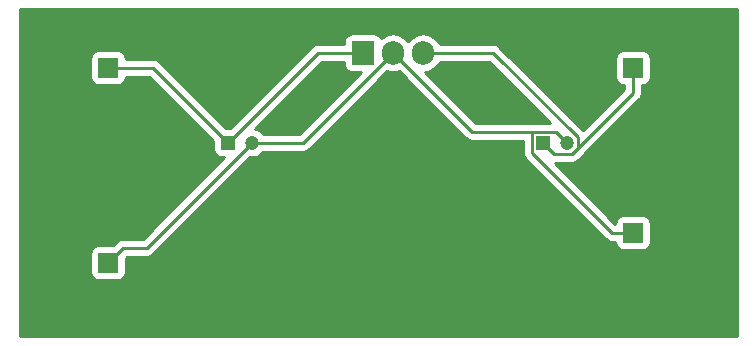
<source format=gbr>
%TF.GenerationSoftware,KiCad,Pcbnew,5.1.6+dfsg1-1*%
%TF.CreationDate,2021-08-19T19:41:55+08:00*%
%TF.ProjectId,LM8705-power,4c4d3837-3035-42d7-906f-7765722e6b69,rev?*%
%TF.SameCoordinates,Original*%
%TF.FileFunction,Copper,L1,Top*%
%TF.FilePolarity,Positive*%
%FSLAX46Y46*%
G04 Gerber Fmt 4.6, Leading zero omitted, Abs format (unit mm)*
G04 Created by KiCad (PCBNEW 5.1.6+dfsg1-1) date 2021-08-19 19:41:55*
%MOMM*%
%LPD*%
G01*
G04 APERTURE LIST*
%TA.AperFunction,ComponentPad*%
%ADD10O,1.905000X2.000000*%
%TD*%
%TA.AperFunction,ComponentPad*%
%ADD11R,1.905000X2.000000*%
%TD*%
%TA.AperFunction,ComponentPad*%
%ADD12R,1.700000X1.700000*%
%TD*%
%TA.AperFunction,ComponentPad*%
%ADD13C,1.200000*%
%TD*%
%TA.AperFunction,ComponentPad*%
%ADD14R,1.200000X1.200000*%
%TD*%
%TA.AperFunction,Conductor*%
%ADD15C,0.250000*%
%TD*%
%TA.AperFunction,NonConductor*%
%ADD16C,0.254000*%
%TD*%
G04 APERTURE END LIST*
D10*
%TO.P,U1,3*%
%TO.N,Net-(C2-Pad1)*%
X135890000Y-82550000D03*
%TO.P,U1,2*%
%TO.N,GND*%
X133350000Y-82550000D03*
D11*
%TO.P,U1,1*%
%TO.N,Net-(C1-Pad1)*%
X130810000Y-82550000D03*
%TD*%
D12*
%TO.P,J4,1*%
%TO.N,Net-(C2-Pad1)*%
X153670000Y-83820000D03*
%TD*%
%TO.P,J3,1*%
%TO.N,GND*%
X153670000Y-97790000D03*
%TD*%
%TO.P,J2,1*%
%TO.N,GND*%
X109220000Y-100330000D03*
%TD*%
%TO.P,J1,1*%
%TO.N,Net-(C1-Pad1)*%
X109220000Y-83820000D03*
%TD*%
D13*
%TO.P,C2,2*%
%TO.N,GND*%
X148050000Y-90170000D03*
D14*
%TO.P,C2,1*%
%TO.N,Net-(C2-Pad1)*%
X146050000Y-90170000D03*
%TD*%
D13*
%TO.P,C1,2*%
%TO.N,GND*%
X121380000Y-90170000D03*
D14*
%TO.P,C1,1*%
%TO.N,Net-(C1-Pad1)*%
X119380000Y-90170000D03*
%TD*%
D15*
%TO.N,GND*%
X125730000Y-90170000D02*
X133350000Y-82550000D01*
X121380000Y-90170000D02*
X125730000Y-90170000D01*
X121380000Y-90170000D02*
X112490000Y-99060000D01*
X110490000Y-99060000D02*
X109220000Y-100330000D01*
X112490000Y-99060000D02*
X110490000Y-99060000D01*
X140044999Y-89244999D02*
X147124999Y-89244999D01*
X133350000Y-82550000D02*
X140044999Y-89244999D01*
X151884998Y-97790000D02*
X153670000Y-97790000D01*
X145124999Y-91030001D02*
X151884998Y-97790000D01*
X145124999Y-89309999D02*
X145124999Y-91030001D01*
X145189999Y-89244999D02*
X145124999Y-89309999D01*
X147124999Y-89244999D02*
X145189999Y-89244999D01*
X148050000Y-90170000D02*
X147124999Y-89244999D01*
%TO.N,Net-(C1-Pad1)*%
X113030000Y-83820000D02*
X119380000Y-90170000D01*
X109220000Y-83820000D02*
X113030000Y-83820000D01*
X127000000Y-82550000D02*
X130810000Y-82550000D01*
X119380000Y-90170000D02*
X127000000Y-82550000D01*
%TO.N,Net-(C2-Pad1)*%
X148975001Y-90614001D02*
X148494001Y-91095001D01*
X148975001Y-89725999D02*
X148975001Y-90614001D01*
X141799002Y-82550000D02*
X148975001Y-89725999D01*
X135890000Y-82550000D02*
X141799002Y-82550000D01*
X146975001Y-91095001D02*
X146050000Y-90170000D01*
X148494001Y-91095001D02*
X146975001Y-91095001D01*
X153670000Y-85919002D02*
X148494001Y-91095001D01*
X153670000Y-83820000D02*
X153670000Y-85919002D01*
%TD*%
D16*
G36*
X162433000Y-106553000D02*
G01*
X101727000Y-106553000D01*
X101727000Y-82970000D01*
X107731928Y-82970000D01*
X107731928Y-84670000D01*
X107744188Y-84794482D01*
X107780498Y-84914180D01*
X107839463Y-85024494D01*
X107918815Y-85121185D01*
X108015506Y-85200537D01*
X108125820Y-85259502D01*
X108245518Y-85295812D01*
X108370000Y-85308072D01*
X110070000Y-85308072D01*
X110194482Y-85295812D01*
X110314180Y-85259502D01*
X110424494Y-85200537D01*
X110521185Y-85121185D01*
X110600537Y-85024494D01*
X110659502Y-84914180D01*
X110695812Y-84794482D01*
X110708072Y-84670000D01*
X110708072Y-84580000D01*
X112715199Y-84580000D01*
X118141928Y-90006730D01*
X118141928Y-90770000D01*
X118154188Y-90894482D01*
X118190498Y-91014180D01*
X118249463Y-91124494D01*
X118328815Y-91221185D01*
X118425506Y-91300537D01*
X118535820Y-91359502D01*
X118655518Y-91395812D01*
X118780000Y-91408072D01*
X119067126Y-91408072D01*
X112175199Y-98300000D01*
X110527322Y-98300000D01*
X110489999Y-98296324D01*
X110452676Y-98300000D01*
X110452667Y-98300000D01*
X110341014Y-98310997D01*
X110197753Y-98354454D01*
X110065724Y-98425026D01*
X109949999Y-98519999D01*
X109926201Y-98548997D01*
X109633270Y-98841928D01*
X108370000Y-98841928D01*
X108245518Y-98854188D01*
X108125820Y-98890498D01*
X108015506Y-98949463D01*
X107918815Y-99028815D01*
X107839463Y-99125506D01*
X107780498Y-99235820D01*
X107744188Y-99355518D01*
X107731928Y-99480000D01*
X107731928Y-101180000D01*
X107744188Y-101304482D01*
X107780498Y-101424180D01*
X107839463Y-101534494D01*
X107918815Y-101631185D01*
X108015506Y-101710537D01*
X108125820Y-101769502D01*
X108245518Y-101805812D01*
X108370000Y-101818072D01*
X110070000Y-101818072D01*
X110194482Y-101805812D01*
X110314180Y-101769502D01*
X110424494Y-101710537D01*
X110521185Y-101631185D01*
X110600537Y-101534494D01*
X110659502Y-101424180D01*
X110695812Y-101304482D01*
X110708072Y-101180000D01*
X110708072Y-99916730D01*
X110804802Y-99820000D01*
X112452678Y-99820000D01*
X112490000Y-99823676D01*
X112527322Y-99820000D01*
X112527333Y-99820000D01*
X112638986Y-99809003D01*
X112782247Y-99765546D01*
X112914276Y-99694974D01*
X113030001Y-99600001D01*
X113053804Y-99570997D01*
X121226200Y-91398602D01*
X121258363Y-91405000D01*
X121501637Y-91405000D01*
X121740236Y-91357540D01*
X121964992Y-91264443D01*
X122167267Y-91129287D01*
X122339287Y-90957267D01*
X122357506Y-90930000D01*
X125692678Y-90930000D01*
X125730000Y-90933676D01*
X125767322Y-90930000D01*
X125767333Y-90930000D01*
X125878986Y-90919003D01*
X126022247Y-90875546D01*
X126154276Y-90804974D01*
X126270001Y-90710001D01*
X126293804Y-90680997D01*
X132865378Y-84109424D01*
X133038797Y-84162030D01*
X133350000Y-84192681D01*
X133661204Y-84162030D01*
X133834623Y-84109424D01*
X139481204Y-89756007D01*
X139504998Y-89785000D01*
X139533991Y-89808794D01*
X139533995Y-89808798D01*
X139584597Y-89850325D01*
X139620723Y-89879973D01*
X139752752Y-89950545D01*
X139896013Y-89994002D01*
X140007666Y-90004999D01*
X140007675Y-90004999D01*
X140044998Y-90008675D01*
X140082321Y-90004999D01*
X144364999Y-90004999D01*
X144365000Y-90992669D01*
X144361323Y-91030001D01*
X144375997Y-91178986D01*
X144419453Y-91322247D01*
X144490025Y-91454277D01*
X144543370Y-91519277D01*
X144584999Y-91570002D01*
X144613997Y-91593800D01*
X151321199Y-98301003D01*
X151344997Y-98330001D01*
X151460722Y-98424974D01*
X151592751Y-98495546D01*
X151736012Y-98539003D01*
X151847665Y-98550000D01*
X151847674Y-98550000D01*
X151884997Y-98553676D01*
X151922320Y-98550000D01*
X152181928Y-98550000D01*
X152181928Y-98640000D01*
X152194188Y-98764482D01*
X152230498Y-98884180D01*
X152289463Y-98994494D01*
X152368815Y-99091185D01*
X152465506Y-99170537D01*
X152575820Y-99229502D01*
X152695518Y-99265812D01*
X152820000Y-99278072D01*
X154520000Y-99278072D01*
X154644482Y-99265812D01*
X154764180Y-99229502D01*
X154874494Y-99170537D01*
X154971185Y-99091185D01*
X155050537Y-98994494D01*
X155109502Y-98884180D01*
X155145812Y-98764482D01*
X155158072Y-98640000D01*
X155158072Y-96940000D01*
X155145812Y-96815518D01*
X155109502Y-96695820D01*
X155050537Y-96585506D01*
X154971185Y-96488815D01*
X154874494Y-96409463D01*
X154764180Y-96350498D01*
X154644482Y-96314188D01*
X154520000Y-96301928D01*
X152820000Y-96301928D01*
X152695518Y-96314188D01*
X152575820Y-96350498D01*
X152465506Y-96409463D01*
X152368815Y-96488815D01*
X152289463Y-96585506D01*
X152230498Y-96695820D01*
X152194188Y-96815518D01*
X152181928Y-96940000D01*
X152181928Y-97012128D01*
X147024800Y-91855001D01*
X148456679Y-91855001D01*
X148494001Y-91858677D01*
X148531323Y-91855001D01*
X148531334Y-91855001D01*
X148642987Y-91844004D01*
X148786248Y-91800547D01*
X148918277Y-91729975D01*
X149034002Y-91635002D01*
X149057805Y-91605998D01*
X149485998Y-91177805D01*
X149515002Y-91154002D01*
X149538804Y-91124999D01*
X154181003Y-86482801D01*
X154210001Y-86459003D01*
X154236332Y-86426919D01*
X154304974Y-86343279D01*
X154375546Y-86211249D01*
X154419003Y-86067988D01*
X154430000Y-85956335D01*
X154430000Y-85956325D01*
X154433676Y-85919002D01*
X154430000Y-85881680D01*
X154430000Y-85308072D01*
X154520000Y-85308072D01*
X154644482Y-85295812D01*
X154764180Y-85259502D01*
X154874494Y-85200537D01*
X154971185Y-85121185D01*
X155050537Y-85024494D01*
X155109502Y-84914180D01*
X155145812Y-84794482D01*
X155158072Y-84670000D01*
X155158072Y-82970000D01*
X155145812Y-82845518D01*
X155109502Y-82725820D01*
X155050537Y-82615506D01*
X154971185Y-82518815D01*
X154874494Y-82439463D01*
X154764180Y-82380498D01*
X154644482Y-82344188D01*
X154520000Y-82331928D01*
X152820000Y-82331928D01*
X152695518Y-82344188D01*
X152575820Y-82380498D01*
X152465506Y-82439463D01*
X152368815Y-82518815D01*
X152289463Y-82615506D01*
X152230498Y-82725820D01*
X152194188Y-82845518D01*
X152181928Y-82970000D01*
X152181928Y-84670000D01*
X152194188Y-84794482D01*
X152230498Y-84914180D01*
X152289463Y-85024494D01*
X152368815Y-85121185D01*
X152465506Y-85200537D01*
X152575820Y-85259502D01*
X152695518Y-85295812D01*
X152820000Y-85308072D01*
X152910001Y-85308072D01*
X152910001Y-85604199D01*
X149419002Y-89095198D01*
X142362806Y-82039003D01*
X142339003Y-82009999D01*
X142223278Y-81915026D01*
X142091249Y-81844454D01*
X141947988Y-81800997D01*
X141836335Y-81790000D01*
X141836324Y-81790000D01*
X141799002Y-81786324D01*
X141761680Y-81790000D01*
X137309208Y-81790000D01*
X137216345Y-81616265D01*
X137017963Y-81374537D01*
X136776234Y-81176155D01*
X136500448Y-81028745D01*
X136201203Y-80937970D01*
X135890000Y-80907319D01*
X135578796Y-80937970D01*
X135279551Y-81028745D01*
X135003765Y-81176155D01*
X134762037Y-81374537D01*
X134620000Y-81547609D01*
X134477963Y-81374537D01*
X134236234Y-81176155D01*
X133960448Y-81028745D01*
X133661203Y-80937970D01*
X133350000Y-80907319D01*
X133038796Y-80937970D01*
X132739551Y-81028745D01*
X132463765Y-81176155D01*
X132337905Y-81279446D01*
X132293037Y-81195506D01*
X132213685Y-81098815D01*
X132116994Y-81019463D01*
X132006680Y-80960498D01*
X131886982Y-80924188D01*
X131762500Y-80911928D01*
X129857500Y-80911928D01*
X129733018Y-80924188D01*
X129613320Y-80960498D01*
X129503006Y-81019463D01*
X129406315Y-81098815D01*
X129326963Y-81195506D01*
X129267998Y-81305820D01*
X129231688Y-81425518D01*
X129219428Y-81550000D01*
X129219428Y-81790000D01*
X127037322Y-81790000D01*
X126999999Y-81786324D01*
X126962676Y-81790000D01*
X126962667Y-81790000D01*
X126851014Y-81800997D01*
X126707753Y-81844454D01*
X126575724Y-81915026D01*
X126459999Y-82009999D01*
X126436201Y-82038997D01*
X119543271Y-88931928D01*
X119216730Y-88931928D01*
X113593804Y-83309003D01*
X113570001Y-83279999D01*
X113454276Y-83185026D01*
X113322247Y-83114454D01*
X113178986Y-83070997D01*
X113067333Y-83060000D01*
X113067322Y-83060000D01*
X113030000Y-83056324D01*
X112992678Y-83060000D01*
X110708072Y-83060000D01*
X110708072Y-82970000D01*
X110695812Y-82845518D01*
X110659502Y-82725820D01*
X110600537Y-82615506D01*
X110521185Y-82518815D01*
X110424494Y-82439463D01*
X110314180Y-82380498D01*
X110194482Y-82344188D01*
X110070000Y-82331928D01*
X108370000Y-82331928D01*
X108245518Y-82344188D01*
X108125820Y-82380498D01*
X108015506Y-82439463D01*
X107918815Y-82518815D01*
X107839463Y-82615506D01*
X107780498Y-82725820D01*
X107744188Y-82845518D01*
X107731928Y-82970000D01*
X101727000Y-82970000D01*
X101727000Y-78867000D01*
X162433000Y-78867000D01*
X162433000Y-106553000D01*
G37*
X162433000Y-106553000D02*
X101727000Y-106553000D01*
X101727000Y-82970000D01*
X107731928Y-82970000D01*
X107731928Y-84670000D01*
X107744188Y-84794482D01*
X107780498Y-84914180D01*
X107839463Y-85024494D01*
X107918815Y-85121185D01*
X108015506Y-85200537D01*
X108125820Y-85259502D01*
X108245518Y-85295812D01*
X108370000Y-85308072D01*
X110070000Y-85308072D01*
X110194482Y-85295812D01*
X110314180Y-85259502D01*
X110424494Y-85200537D01*
X110521185Y-85121185D01*
X110600537Y-85024494D01*
X110659502Y-84914180D01*
X110695812Y-84794482D01*
X110708072Y-84670000D01*
X110708072Y-84580000D01*
X112715199Y-84580000D01*
X118141928Y-90006730D01*
X118141928Y-90770000D01*
X118154188Y-90894482D01*
X118190498Y-91014180D01*
X118249463Y-91124494D01*
X118328815Y-91221185D01*
X118425506Y-91300537D01*
X118535820Y-91359502D01*
X118655518Y-91395812D01*
X118780000Y-91408072D01*
X119067126Y-91408072D01*
X112175199Y-98300000D01*
X110527322Y-98300000D01*
X110489999Y-98296324D01*
X110452676Y-98300000D01*
X110452667Y-98300000D01*
X110341014Y-98310997D01*
X110197753Y-98354454D01*
X110065724Y-98425026D01*
X109949999Y-98519999D01*
X109926201Y-98548997D01*
X109633270Y-98841928D01*
X108370000Y-98841928D01*
X108245518Y-98854188D01*
X108125820Y-98890498D01*
X108015506Y-98949463D01*
X107918815Y-99028815D01*
X107839463Y-99125506D01*
X107780498Y-99235820D01*
X107744188Y-99355518D01*
X107731928Y-99480000D01*
X107731928Y-101180000D01*
X107744188Y-101304482D01*
X107780498Y-101424180D01*
X107839463Y-101534494D01*
X107918815Y-101631185D01*
X108015506Y-101710537D01*
X108125820Y-101769502D01*
X108245518Y-101805812D01*
X108370000Y-101818072D01*
X110070000Y-101818072D01*
X110194482Y-101805812D01*
X110314180Y-101769502D01*
X110424494Y-101710537D01*
X110521185Y-101631185D01*
X110600537Y-101534494D01*
X110659502Y-101424180D01*
X110695812Y-101304482D01*
X110708072Y-101180000D01*
X110708072Y-99916730D01*
X110804802Y-99820000D01*
X112452678Y-99820000D01*
X112490000Y-99823676D01*
X112527322Y-99820000D01*
X112527333Y-99820000D01*
X112638986Y-99809003D01*
X112782247Y-99765546D01*
X112914276Y-99694974D01*
X113030001Y-99600001D01*
X113053804Y-99570997D01*
X121226200Y-91398602D01*
X121258363Y-91405000D01*
X121501637Y-91405000D01*
X121740236Y-91357540D01*
X121964992Y-91264443D01*
X122167267Y-91129287D01*
X122339287Y-90957267D01*
X122357506Y-90930000D01*
X125692678Y-90930000D01*
X125730000Y-90933676D01*
X125767322Y-90930000D01*
X125767333Y-90930000D01*
X125878986Y-90919003D01*
X126022247Y-90875546D01*
X126154276Y-90804974D01*
X126270001Y-90710001D01*
X126293804Y-90680997D01*
X132865378Y-84109424D01*
X133038797Y-84162030D01*
X133350000Y-84192681D01*
X133661204Y-84162030D01*
X133834623Y-84109424D01*
X139481204Y-89756007D01*
X139504998Y-89785000D01*
X139533991Y-89808794D01*
X139533995Y-89808798D01*
X139584597Y-89850325D01*
X139620723Y-89879973D01*
X139752752Y-89950545D01*
X139896013Y-89994002D01*
X140007666Y-90004999D01*
X140007675Y-90004999D01*
X140044998Y-90008675D01*
X140082321Y-90004999D01*
X144364999Y-90004999D01*
X144365000Y-90992669D01*
X144361323Y-91030001D01*
X144375997Y-91178986D01*
X144419453Y-91322247D01*
X144490025Y-91454277D01*
X144543370Y-91519277D01*
X144584999Y-91570002D01*
X144613997Y-91593800D01*
X151321199Y-98301003D01*
X151344997Y-98330001D01*
X151460722Y-98424974D01*
X151592751Y-98495546D01*
X151736012Y-98539003D01*
X151847665Y-98550000D01*
X151847674Y-98550000D01*
X151884997Y-98553676D01*
X151922320Y-98550000D01*
X152181928Y-98550000D01*
X152181928Y-98640000D01*
X152194188Y-98764482D01*
X152230498Y-98884180D01*
X152289463Y-98994494D01*
X152368815Y-99091185D01*
X152465506Y-99170537D01*
X152575820Y-99229502D01*
X152695518Y-99265812D01*
X152820000Y-99278072D01*
X154520000Y-99278072D01*
X154644482Y-99265812D01*
X154764180Y-99229502D01*
X154874494Y-99170537D01*
X154971185Y-99091185D01*
X155050537Y-98994494D01*
X155109502Y-98884180D01*
X155145812Y-98764482D01*
X155158072Y-98640000D01*
X155158072Y-96940000D01*
X155145812Y-96815518D01*
X155109502Y-96695820D01*
X155050537Y-96585506D01*
X154971185Y-96488815D01*
X154874494Y-96409463D01*
X154764180Y-96350498D01*
X154644482Y-96314188D01*
X154520000Y-96301928D01*
X152820000Y-96301928D01*
X152695518Y-96314188D01*
X152575820Y-96350498D01*
X152465506Y-96409463D01*
X152368815Y-96488815D01*
X152289463Y-96585506D01*
X152230498Y-96695820D01*
X152194188Y-96815518D01*
X152181928Y-96940000D01*
X152181928Y-97012128D01*
X147024800Y-91855001D01*
X148456679Y-91855001D01*
X148494001Y-91858677D01*
X148531323Y-91855001D01*
X148531334Y-91855001D01*
X148642987Y-91844004D01*
X148786248Y-91800547D01*
X148918277Y-91729975D01*
X149034002Y-91635002D01*
X149057805Y-91605998D01*
X149485998Y-91177805D01*
X149515002Y-91154002D01*
X149538804Y-91124999D01*
X154181003Y-86482801D01*
X154210001Y-86459003D01*
X154236332Y-86426919D01*
X154304974Y-86343279D01*
X154375546Y-86211249D01*
X154419003Y-86067988D01*
X154430000Y-85956335D01*
X154430000Y-85956325D01*
X154433676Y-85919002D01*
X154430000Y-85881680D01*
X154430000Y-85308072D01*
X154520000Y-85308072D01*
X154644482Y-85295812D01*
X154764180Y-85259502D01*
X154874494Y-85200537D01*
X154971185Y-85121185D01*
X155050537Y-85024494D01*
X155109502Y-84914180D01*
X155145812Y-84794482D01*
X155158072Y-84670000D01*
X155158072Y-82970000D01*
X155145812Y-82845518D01*
X155109502Y-82725820D01*
X155050537Y-82615506D01*
X154971185Y-82518815D01*
X154874494Y-82439463D01*
X154764180Y-82380498D01*
X154644482Y-82344188D01*
X154520000Y-82331928D01*
X152820000Y-82331928D01*
X152695518Y-82344188D01*
X152575820Y-82380498D01*
X152465506Y-82439463D01*
X152368815Y-82518815D01*
X152289463Y-82615506D01*
X152230498Y-82725820D01*
X152194188Y-82845518D01*
X152181928Y-82970000D01*
X152181928Y-84670000D01*
X152194188Y-84794482D01*
X152230498Y-84914180D01*
X152289463Y-85024494D01*
X152368815Y-85121185D01*
X152465506Y-85200537D01*
X152575820Y-85259502D01*
X152695518Y-85295812D01*
X152820000Y-85308072D01*
X152910001Y-85308072D01*
X152910001Y-85604199D01*
X149419002Y-89095198D01*
X142362806Y-82039003D01*
X142339003Y-82009999D01*
X142223278Y-81915026D01*
X142091249Y-81844454D01*
X141947988Y-81800997D01*
X141836335Y-81790000D01*
X141836324Y-81790000D01*
X141799002Y-81786324D01*
X141761680Y-81790000D01*
X137309208Y-81790000D01*
X137216345Y-81616265D01*
X137017963Y-81374537D01*
X136776234Y-81176155D01*
X136500448Y-81028745D01*
X136201203Y-80937970D01*
X135890000Y-80907319D01*
X135578796Y-80937970D01*
X135279551Y-81028745D01*
X135003765Y-81176155D01*
X134762037Y-81374537D01*
X134620000Y-81547609D01*
X134477963Y-81374537D01*
X134236234Y-81176155D01*
X133960448Y-81028745D01*
X133661203Y-80937970D01*
X133350000Y-80907319D01*
X133038796Y-80937970D01*
X132739551Y-81028745D01*
X132463765Y-81176155D01*
X132337905Y-81279446D01*
X132293037Y-81195506D01*
X132213685Y-81098815D01*
X132116994Y-81019463D01*
X132006680Y-80960498D01*
X131886982Y-80924188D01*
X131762500Y-80911928D01*
X129857500Y-80911928D01*
X129733018Y-80924188D01*
X129613320Y-80960498D01*
X129503006Y-81019463D01*
X129406315Y-81098815D01*
X129326963Y-81195506D01*
X129267998Y-81305820D01*
X129231688Y-81425518D01*
X129219428Y-81550000D01*
X129219428Y-81790000D01*
X127037322Y-81790000D01*
X126999999Y-81786324D01*
X126962676Y-81790000D01*
X126962667Y-81790000D01*
X126851014Y-81800997D01*
X126707753Y-81844454D01*
X126575724Y-81915026D01*
X126459999Y-82009999D01*
X126436201Y-82038997D01*
X119543271Y-88931928D01*
X119216730Y-88931928D01*
X113593804Y-83309003D01*
X113570001Y-83279999D01*
X113454276Y-83185026D01*
X113322247Y-83114454D01*
X113178986Y-83070997D01*
X113067333Y-83060000D01*
X113067322Y-83060000D01*
X113030000Y-83056324D01*
X112992678Y-83060000D01*
X110708072Y-83060000D01*
X110708072Y-82970000D01*
X110695812Y-82845518D01*
X110659502Y-82725820D01*
X110600537Y-82615506D01*
X110521185Y-82518815D01*
X110424494Y-82439463D01*
X110314180Y-82380498D01*
X110194482Y-82344188D01*
X110070000Y-82331928D01*
X108370000Y-82331928D01*
X108245518Y-82344188D01*
X108125820Y-82380498D01*
X108015506Y-82439463D01*
X107918815Y-82518815D01*
X107839463Y-82615506D01*
X107780498Y-82725820D01*
X107744188Y-82845518D01*
X107731928Y-82970000D01*
X101727000Y-82970000D01*
X101727000Y-78867000D01*
X162433000Y-78867000D01*
X162433000Y-106553000D01*
G36*
X129219428Y-83550000D02*
G01*
X129231688Y-83674482D01*
X129267998Y-83794180D01*
X129326963Y-83904494D01*
X129406315Y-84001185D01*
X129503006Y-84080537D01*
X129613320Y-84139502D01*
X129733018Y-84175812D01*
X129857500Y-84188072D01*
X130637126Y-84188072D01*
X125415199Y-89410000D01*
X122357506Y-89410000D01*
X122339287Y-89382733D01*
X122167267Y-89210713D01*
X121964992Y-89075557D01*
X121740236Y-88982460D01*
X121658583Y-88966218D01*
X127314802Y-83310000D01*
X129219428Y-83310000D01*
X129219428Y-83550000D01*
G37*
X129219428Y-83550000D02*
X129231688Y-83674482D01*
X129267998Y-83794180D01*
X129326963Y-83904494D01*
X129406315Y-84001185D01*
X129503006Y-84080537D01*
X129613320Y-84139502D01*
X129733018Y-84175812D01*
X129857500Y-84188072D01*
X130637126Y-84188072D01*
X125415199Y-89410000D01*
X122357506Y-89410000D01*
X122339287Y-89382733D01*
X122167267Y-89210713D01*
X121964992Y-89075557D01*
X121740236Y-88982460D01*
X121658583Y-88966218D01*
X127314802Y-83310000D01*
X129219428Y-83310000D01*
X129219428Y-83550000D01*
G36*
X146659199Y-88484999D02*
G01*
X145227322Y-88484999D01*
X145189999Y-88481323D01*
X145152677Y-88484999D01*
X140359802Y-88484999D01*
X136051569Y-84176768D01*
X136201204Y-84162030D01*
X136500449Y-84071255D01*
X136776235Y-83923845D01*
X137017963Y-83725463D01*
X137216345Y-83483734D01*
X137309207Y-83310000D01*
X141484201Y-83310000D01*
X146659199Y-88484999D01*
G37*
X146659199Y-88484999D02*
X145227322Y-88484999D01*
X145189999Y-88481323D01*
X145152677Y-88484999D01*
X140359802Y-88484999D01*
X136051569Y-84176768D01*
X136201204Y-84162030D01*
X136500449Y-84071255D01*
X136776235Y-83923845D01*
X137017963Y-83725463D01*
X137216345Y-83483734D01*
X137309207Y-83310000D01*
X141484201Y-83310000D01*
X146659199Y-88484999D01*
M02*

</source>
